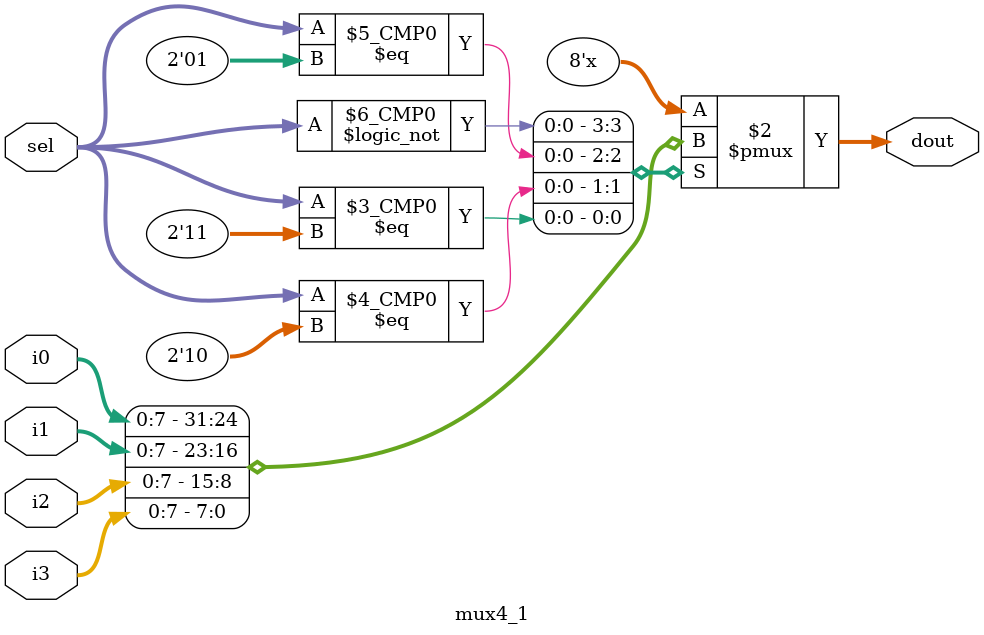
<source format=v>
`timescale 1ns / 1ps
module mux4_1(
    input [0:7] i0,
    input [0:7] i1,
    input [0:7] i2,
    input [0:7] i3,
    input [0:1] sel,
    output reg [0:7] dout
    );

always begin
	case (sel)
		2'b00: dout = i0;
		2'b01: dout = i1;
		2'b10: dout = i2;
		2'b11: dout = i3;
	endcase
end

endmodule

</source>
